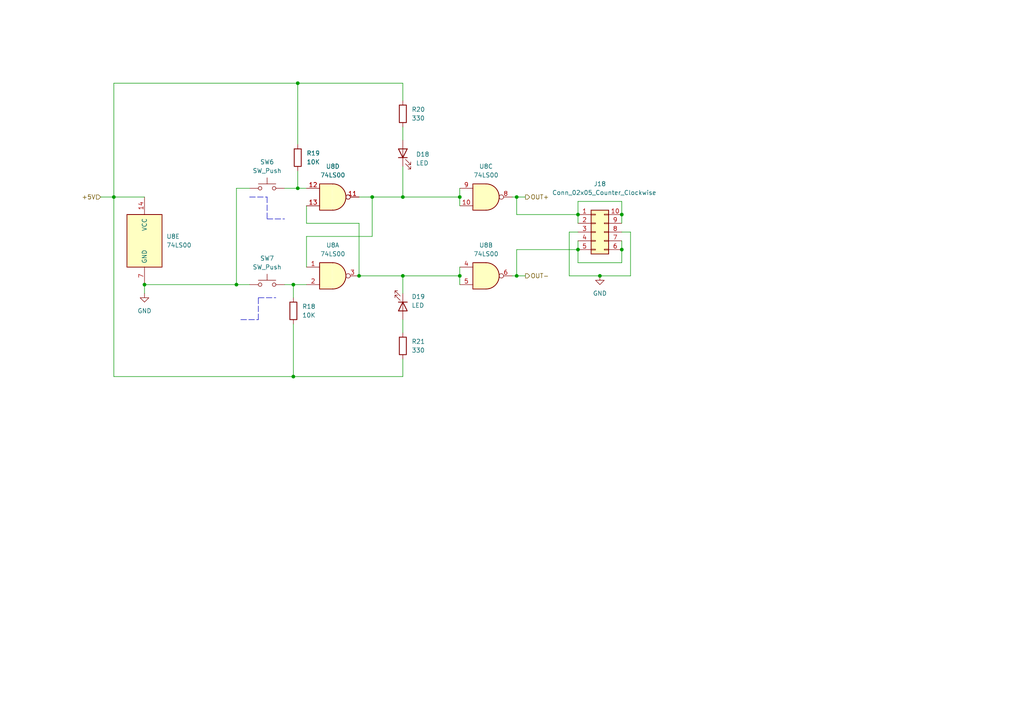
<source format=kicad_sch>
(kicad_sch (version 20211123) (generator eeschema)
  (paper "A4")
  (lib_symbols
    (symbol "74xx:74LS00" (pin_names (offset 1.016))
      (property "Reference" "U" (at 0 1.27 0))
      (property "Value" "74LS00" (at 0 -1.27 0))
      (symbol "74LS00_1_1"
        (arc (start 0 -3.81) (mid 3.81 0) (end 0 3.81) (stroke (width 0.254)) (fill (type background)))
        (polyline (pts (xy 0 3.81) (xy -3.81 3.81) (xy -3.81 -3.81) (xy 0 -3.81)) (stroke (width 0.254)) (fill (type background)))
        (pin input line (at -7.62 2.54 0) (length 3.81) (name "~") (number "1"))
        (pin input line (at -7.62 -2.54 0) (length 3.81) (name "~") (number "2"))
        (pin output inverted (at 7.62 0 180) (length 3.81) (name "~") (number "3"))
      )
      (symbol "74LS00_1_2"
        (arc (start -3.81 -3.81) (mid -2.589 0) (end -3.81 3.81) (stroke (width 0.254)))
        (arc (start -0.6096 -3.81) (mid 2.1842 -2.5851) (end 3.81 0) (stroke (width 0.254)) (fill (type background)))
        (polyline (pts (xy -3.81 -3.81) (xy -0.635 -3.81)) (stroke (width 0.254)) (fill (type background)))
        (polyline (pts (xy -3.81 3.81) (xy -0.635 3.81)) (stroke (width 0.254)) (fill (type background)))
        (polyline (pts (xy -0.635 3.81) (xy -3.81 3.81) (xy -3.81 3.81) (xy -3.556 3.4036) (xy -3.0226 2.2606) (xy -2.6924 1.0414) (xy -2.6162 -0.254) (xy -2.7686 -1.4986) (xy -3.175 -2.7178) (xy -3.81 -3.81) (xy -3.81 -3.81) (xy -0.635 -3.81)) (stroke (width -25.4)) (fill (type background)))
        (arc (start 3.81 0) (mid 2.1915 2.5936) (end -0.6096 3.81) (stroke (width 0.254)) (fill (type background)))
        (pin input inverted (at -7.62 2.54 0) (length 4.318) (name "~") (number "1"))
        (pin input inverted (at -7.62 -2.54 0) (length 4.318) (name "~") (number "2"))
        (pin output line (at 7.62 0 180) (length 3.81) (name "~") (number "3"))
      )
      (symbol "74LS00_2_1"
        (arc (start 0 -3.81) (mid 3.81 0) (end 0 3.81) (stroke (width 0.254)) (fill (type background)))
        (polyline (pts (xy 0 3.81) (xy -3.81 3.81) (xy -3.81 -3.81) (xy 0 -3.81)) (stroke (width 0.254)) (fill (type background)))
        (pin input line (at -7.62 2.54 0) (length 3.81) (name "~") (number "4"))
        (pin input line (at -7.62 -2.54 0) (length 3.81) (name "~") (number "5"))
        (pin output inverted (at 7.62 0 180) (length 3.81) (name "~") (number "6"))
      )
      (symbol "74LS00_2_2"
        (arc (start -3.81 -3.81) (mid -2.589 0) (end -3.81 3.81) (stroke (width 0.254)))
        (arc (start -0.6096 -3.81) (mid 2.1842 -2.5851) (end 3.81 0) (stroke (width 0.254)) (fill (type background)))
        (polyline (pts (xy -3.81 -3.81) (xy -0.635 -3.81)) (stroke (width 0.254)) (fill (type background)))
        (polyline (pts (xy -3.81 3.81) (xy -0.635 3.81)) (stroke (width 0.254)) (fill (type background)))
        (polyline (pts (xy -0.635 3.81) (xy -3.81 3.81) (xy -3.81 3.81) (xy -3.556 3.4036) (xy -3.0226 2.2606) (xy -2.6924 1.0414) (xy -2.6162 -0.254) (xy -2.7686 -1.4986) (xy -3.175 -2.7178) (xy -3.81 -3.81) (xy -3.81 -3.81) (xy -0.635 -3.81)) (stroke (width -25.4)) (fill (type background)))
        (arc (start 3.81 0) (mid 2.1915 2.5936) (end -0.6096 3.81) (stroke (width 0.254)) (fill (type background)))
        (pin input inverted (at -7.62 2.54 0) (length 4.318) (name "~") (number "4"))
        (pin input inverted (at -7.62 -2.54 0) (length 4.318) (name "~") (number "5"))
        (pin output line (at 7.62 0 180) (length 3.81) (name "~") (number "6"))
      )
      (symbol "74LS00_3_1"
        (arc (start 0 -3.81) (mid 3.81 0) (end 0 3.81) (stroke (width 0.254)) (fill (type background)))
        (polyline (pts (xy 0 3.81) (xy -3.81 3.81) (xy -3.81 -3.81) (xy 0 -3.81)) (stroke (width 0.254)) (fill (type background)))
        (pin input line (at -7.62 -2.54 0) (length 3.81) (name "~") (number "10"))
        (pin output inverted (at 7.62 0 180) (length 3.81) (name "~") (number "8"))
        (pin input line (at -7.62 2.54 0) (length 3.81) (name "~") (number "9"))
      )
      (symbol "74LS00_3_2"
        (arc (start -3.81 -3.81) (mid -2.589 0) (end -3.81 3.81) (stroke (width 0.254)))
        (arc (start -0.6096 -3.81) (mid 2.1842 -2.5851) (end 3.81 0) (stroke (width 0.254)) (fill (type background)))
        (polyline (pts (xy -3.81 -3.81) (xy -0.635 -3.81)) (stroke (width 0.254)) (fill (type background)))
        (polyline (pts (xy -3.81 3.81) (xy -0.635 3.81)) (stroke (width 0.254)) (fill (type background)))
        (polyline (pts (xy -0.635 3.81) (xy -3.81 3.81) (xy -3.81 3.81) (xy -3.556 3.4036) (xy -3.0226 2.2606) (xy -2.6924 1.0414) (xy -2.6162 -0.254) (xy -2.7686 -1.4986) (xy -3.175 -2.7178) (xy -3.81 -3.81) (xy -3.81 -3.81) (xy -0.635 -3.81)) (stroke (width -25.4)) (fill (type background)))
        (arc (start 3.81 0) (mid 2.1915 2.5936) (end -0.6096 3.81) (stroke (width 0.254)) (fill (type background)))
        (pin input inverted (at -7.62 -2.54 0) (length 4.318) (name "~") (number "10"))
        (pin output line (at 7.62 0 180) (length 3.81) (name "~") (number "8"))
        (pin input inverted (at -7.62 2.54 0) (length 4.318) (name "~") (number "9"))
      )
      (symbol "74LS00_4_1"
        (arc (start 0 -3.81) (mid 3.81 0) (end 0 3.81) (stroke (width 0.254)) (fill (type background)))
        (polyline (pts (xy 0 3.81) (xy -3.81 3.81) (xy -3.81 -3.81) (xy 0 -3.81)) (stroke (width 0.254)) (fill (type background)))
        (pin output inverted (at 7.62 0 180) (length 3.81) (name "~") (number "11"))
        (pin input line (at -7.62 2.54 0) (length 3.81) (name "~") (number "12"))
        (pin input line (at -7.62 -2.54 0) (length 3.81) (name "~") (number "13"))
      )
      (symbol "74LS00_4_2"
        (arc (start -3.81 -3.81) (mid -2.589 0) (end -3.81 3.81) (stroke (width 0.254)))
        (arc (start -0.6096 -3.81) (mid 2.1842 -2.5851) (end 3.81 0) (stroke (width 0.254)) (fill (type background)))
        (polyline (pts (xy -3.81 -3.81) (xy -0.635 -3.81)) (stroke (width 0.254)) (fill (type background)))
        (polyline (pts (xy -3.81 3.81) (xy -0.635 3.81)) (stroke (width 0.254)) (fill (type background)))
        (polyline (pts (xy -0.635 3.81) (xy -3.81 3.81) (xy -3.81 3.81) (xy -3.556 3.4036) (xy -3.0226 2.2606) (xy -2.6924 1.0414) (xy -2.6162 -0.254) (xy -2.7686 -1.4986) (xy -3.175 -2.7178) (xy -3.81 -3.81) (xy -3.81 -3.81) (xy -0.635 -3.81)) (stroke (width -25.4)) (fill (type background)))
        (arc (start 3.81 0) (mid 2.1915 2.5936) (end -0.6096 3.81) (stroke (width 0.254)) (fill (type background)))
        (pin output line (at 7.62 0 180) (length 3.81) (name "~") (number "11"))
        (pin input inverted (at -7.62 2.54 0) (length 4.318) (name "~") (number "12"))
        (pin input inverted (at -7.62 -2.54 0) (length 4.318) (name "~") (number "13"))
      )
      (symbol "74LS00_5_0"
        (pin power_in line (at 0 12.7 270) (length 5.08) (name "VCC") (number "14"))
        (pin power_in line (at 0 -12.7 90) (length 5.08) (name "GND") (number "7"))
      )
      (symbol "74LS00_5_1"
        (rectangle (start -5.08 7.62) (end 5.08 -7.62) (stroke (width 0.254)) (fill (type background)))
      )
    )
    (symbol "Connector_Generic:Conn_02x05_Counter_Clockwise" (pin_names (offset 1.016) hide)
      (property "Reference" "J" (at 1.27 7.62 0))
      (property "Value" "Conn_02x05_Counter_Clockwise" (at 1.27 -7.62 0))
      (symbol "Conn_02x05_Counter_Clockwise_1_1"
        (rectangle (start -1.27 -4.953) (end 0 -5.207) (stroke (width 0.1524)))
        (rectangle (start -1.27 -2.413) (end 0 -2.667) (stroke (width 0.1524)))
        (rectangle (start -1.27 0.127) (end 0 -0.127) (stroke (width 0.1524)))
        (rectangle (start -1.27 2.667) (end 0 2.413) (stroke (width 0.1524)))
        (rectangle (start -1.27 5.207) (end 0 4.953) (stroke (width 0.1524)))
        (rectangle (start -1.27 6.35) (end 3.81 -6.35) (stroke (width 0.254)) (fill (type background)))
        (rectangle (start 3.81 -4.953) (end 2.54 -5.207) (stroke (width 0.1524)))
        (rectangle (start 3.81 -2.413) (end 2.54 -2.667) (stroke (width 0.1524)))
        (rectangle (start 3.81 0.127) (end 2.54 -0.127) (stroke (width 0.1524)))
        (rectangle (start 3.81 2.667) (end 2.54 2.413) (stroke (width 0.1524)))
        (rectangle (start 3.81 5.207) (end 2.54 4.953) (stroke (width 0.1524)))
        (pin passive line (at -5.08 5.08 0) (length 3.81) (name "Pin_1") (number "1"))
        (pin passive line (at 7.62 5.08 180) (length 3.81) (name "Pin_10") (number "10"))
        (pin passive line (at -5.08 2.54 0) (length 3.81) (name "Pin_2") (number "2"))
        (pin passive line (at -5.08 0 0) (length 3.81) (name "Pin_3") (number "3"))
        (pin passive line (at -5.08 -2.54 0) (length 3.81) (name "Pin_4") (number "4"))
        (pin passive line (at -5.08 -5.08 0) (length 3.81) (name "Pin_5") (number "5"))
        (pin passive line (at 7.62 -5.08 180) (length 3.81) (name "Pin_6") (number "6"))
        (pin passive line (at 7.62 -2.54 180) (length 3.81) (name "Pin_7") (number "7"))
        (pin passive line (at 7.62 0 180) (length 3.81) (name "Pin_8") (number "8"))
        (pin passive line (at 7.62 2.54 180) (length 3.81) (name "Pin_9") (number "9"))
      )
    )
    (symbol "Device:LED" (pin_numbers hide) (pin_names (offset 1.016) hide)
      (property "Reference" "D" (at 0 2.54 0))
      (property "Value" "LED" (at 0 -2.54 0))
      (symbol "LED_0_1"
        (polyline (pts (xy -1.27 -1.27) (xy -1.27 1.27)) (stroke (width 0.254)))
        (polyline (pts (xy -1.27 0) (xy 1.27 0)))
        (polyline (pts (xy 1.27 -1.27) (xy 1.27 1.27) (xy -1.27 0) (xy 1.27 -1.27)) (stroke (width 0.254)))
        (polyline (pts (xy -3.048 -0.762) (xy -4.572 -2.286) (xy -3.81 -2.286) (xy -4.572 -2.286) (xy -4.572 -1.524)))
        (polyline (pts (xy -1.778 -0.762) (xy -3.302 -2.286) (xy -2.54 -2.286) (xy -3.302 -2.286) (xy -3.302 -1.524)))
      )
      (symbol "LED_1_1"
        (pin passive line (at -3.81 0 0) (length 2.54) (name "K") (number "1"))
        (pin passive line (at 3.81 0 180) (length 2.54) (name "A") (number "2"))
      )
    )
    (symbol "Device:R" (pin_numbers hide) (pin_names (offset 0))
      (property "Reference" "R" (at 2.032 0 90))
      (property "Value" "R" (at 0 0 90))
      (symbol "R_0_1"
        (rectangle (start -1.016 -2.54) (end 1.016 2.54) (stroke (width 0.254)))
      )
      (symbol "R_1_1"
        (pin passive line (at 0 3.81 270) (length 1.27) (name "~") (number "1"))
        (pin passive line (at 0 -3.81 90) (length 1.27) (name "~") (number "2"))
      )
    )
    (symbol "Switch:SW_Push" (pin_numbers hide) (pin_names (offset 1.016) hide)
      (property "Reference" "SW" (at 1.27 2.54 0))
      (property "Value" "SW_Push" (at 0 -1.524 0))
      (symbol "SW_Push_0_1"
        (circle (center -2.032 0) (radius 0.508))
        (polyline (pts (xy 0 1.27) (xy 0 3.048)))
        (polyline (pts (xy 2.54 1.27) (xy -2.54 1.27)))
        (circle (center 2.032 0) (radius 0.508))
        (pin passive line (at -5.08 0 0) (length 2.54) (name "1") (number "1"))
        (pin passive line (at 5.08 0 180) (length 2.54) (name "2") (number "2"))
      )
    )
    (symbol "power:GND" (power) (pin_names (offset 0))
      (property "Value" "GND" (at 0 -3.81 0))
      (symbol "GND_0_1"
        (polyline (pts (xy 0 0) (xy 0 -1.27) (xy 1.27 -1.27) (xy 0 -2.54) (xy -1.27 -1.27) (xy 0 -1.27)))
      )
      (symbol "GND_1_1"
        (pin power_in line (at 0 0 270) (length 0) hide (name "GND") (number "1"))
      )
    )
  )
  (junction (at 167.64 62.23))
  (junction (at 85.09 109.22))
  (junction (at 149.86 80.01))
  (junction (at 133.35 80.01))
  (junction (at 167.64 72.39))
  (junction (at 116.84 80.01))
  (junction (at 180.34 62.23))
  (junction (at 33.02 57.15))
  (junction (at 133.35 57.15))
  (junction (at 107.95 57.15))
  (junction (at 173.99 80.01))
  (junction (at 86.36 24.13))
  (junction (at 149.86 57.15))
  (junction (at 116.84 57.15))
  (junction (at 86.36 54.61))
  (junction (at 180.34 72.39))
  (junction (at 85.09 82.55))
  (junction (at 68.58 82.55))
  (junction (at 104.14 80.01))
  (junction (at 41.91 82.55))
  (wire (pts (xy 182.88 67.31) (xy 182.88 80.01)))
  (wire (pts (xy 149.86 80.01) (xy 149.86 72.39)))
  (wire (pts (xy 180.34 69.85) (xy 180.34 72.39)))
  (wire (pts (xy 149.86 57.15) (xy 152.4 57.15)))
  (wire (pts (xy 116.84 109.22) (xy 85.09 109.22)))
  (wire (pts (xy 68.58 82.55) (xy 72.39 82.55)))
  (wire (pts (xy 149.86 57.15) (xy 149.86 62.23)))
  (wire (pts (xy 86.36 54.61) (xy 88.9 54.61)))
  (wire (pts (xy 116.84 92.71) (xy 116.84 96.52)))
  (wire (pts (xy 41.91 82.55) (xy 41.91 85.09)))
  (wire (pts (xy 116.84 29.21) (xy 116.84 24.13)))
  (wire (pts (xy 41.91 82.55) (xy 68.58 82.55)))
  (wire (pts (xy 33.02 57.15) (xy 33.02 109.22)))
  (polyline (pts (xy 72.39 57.15) (xy 77.47 57.15)))
  (wire (pts (xy 85.09 93.98) (xy 85.09 109.22)))
  (wire (pts (xy 107.95 57.15) (xy 107.95 68.58)))
  (polyline (pts (xy 69.85 92.71) (xy 74.93 92.71)))
  (wire (pts (xy 33.02 24.13) (xy 33.02 57.15)))
  (wire (pts (xy 149.86 72.39) (xy 167.64 72.39)))
  (wire (pts (xy 82.55 82.55) (xy 85.09 82.55)))
  (wire (pts (xy 173.99 80.01) (xy 165.1 80.01)))
  (wire (pts (xy 104.14 80.01) (xy 116.84 80.01)))
  (wire (pts (xy 133.35 80.01) (xy 133.35 82.55)))
  (wire (pts (xy 116.84 57.15) (xy 133.35 57.15)))
  (wire (pts (xy 167.64 62.23) (xy 167.64 64.77)))
  (wire (pts (xy 72.39 54.61) (xy 68.58 54.61)))
  (wire (pts (xy 116.84 48.26) (xy 116.84 57.15)))
  (wire (pts (xy 165.1 80.01) (xy 165.1 67.31)))
  (wire (pts (xy 107.95 68.58) (xy 88.9 68.58)))
  (wire (pts (xy 133.35 57.15) (xy 133.35 59.69)))
  (wire (pts (xy 88.9 64.77) (xy 104.14 64.77)))
  (wire (pts (xy 116.84 24.13) (xy 86.36 24.13)))
  (wire (pts (xy 133.35 54.61) (xy 133.35 57.15)))
  (wire (pts (xy 29.21 57.15) (xy 33.02 57.15)))
  (wire (pts (xy 148.59 80.01) (xy 149.86 80.01)))
  (wire (pts (xy 149.86 62.23) (xy 167.64 62.23)))
  (wire (pts (xy 88.9 68.58) (xy 88.9 77.47)))
  (wire (pts (xy 149.86 80.01) (xy 152.4 80.01)))
  (wire (pts (xy 116.84 104.14) (xy 116.84 109.22)))
  (wire (pts (xy 86.36 24.13) (xy 86.36 41.91)))
  (wire (pts (xy 88.9 59.69) (xy 88.9 64.77)))
  (polyline (pts (xy 77.47 57.15) (xy 77.47 63.5)))
  (wire (pts (xy 85.09 82.55) (xy 85.09 86.36)))
  (wire (pts (xy 116.84 36.83) (xy 116.84 40.64)))
  (polyline (pts (xy 77.47 63.5) (xy 82.55 63.5)))
  (wire (pts (xy 167.64 76.2) (xy 167.64 72.39)))
  (wire (pts (xy 86.36 49.53) (xy 86.36 54.61)))
  (wire (pts (xy 180.34 58.42) (xy 167.64 58.42)))
  (wire (pts (xy 85.09 82.55) (xy 88.9 82.55)))
  (wire (pts (xy 68.58 54.61) (xy 68.58 82.55)))
  (wire (pts (xy 165.1 67.31) (xy 167.64 67.31)))
  (polyline (pts (xy 74.93 86.36) (xy 80.01 86.36)))
  (wire (pts (xy 148.59 57.15) (xy 149.86 57.15)))
  (wire (pts (xy 167.64 69.85) (xy 167.64 72.39)))
  (wire (pts (xy 116.84 80.01) (xy 116.84 85.09)))
  (wire (pts (xy 85.09 109.22) (xy 33.02 109.22)))
  (wire (pts (xy 104.14 57.15) (xy 107.95 57.15)))
  (wire (pts (xy 33.02 57.15) (xy 41.91 57.15)))
  (wire (pts (xy 180.34 72.39) (xy 180.34 76.2)))
  (wire (pts (xy 104.14 64.77) (xy 104.14 80.01)))
  (wire (pts (xy 167.64 58.42) (xy 167.64 62.23)))
  (wire (pts (xy 180.34 64.77) (xy 180.34 62.23)))
  (wire (pts (xy 180.34 76.2) (xy 167.64 76.2)))
  (wire (pts (xy 182.88 80.01) (xy 173.99 80.01)))
  (wire (pts (xy 180.34 67.31) (xy 182.88 67.31)))
  (wire (pts (xy 133.35 77.47) (xy 133.35 80.01)))
  (wire (pts (xy 82.55 54.61) (xy 86.36 54.61)))
  (wire (pts (xy 86.36 24.13) (xy 33.02 24.13)))
  (wire (pts (xy 180.34 62.23) (xy 180.34 58.42)))
  (polyline (pts (xy 74.93 92.71) (xy 74.93 86.36)))
  (wire (pts (xy 116.84 80.01) (xy 133.35 80.01)))
  (wire (pts (xy 107.95 57.15) (xy 116.84 57.15)))
  (hierarchical_label "+5V" (shape input) (at 29.21 57.15 180))
  (hierarchical_label "OUT-" (shape output) (at 152.4 80.01 0))
  (hierarchical_label "OUT+" (shape output) (at 152.4 57.15 0))
  (symbol (lib_id "power:GND") (at 41.91 85.09 0) (unit 1)
    (property "Reference" "#PWR032" (effects hide))
    (property "Value" "GND" (at 41.91 90.17 0))
  )
  (symbol (lib_id "power:GND") (at 173.99 80.01 0) (unit 1)
    (property "Reference" "#PWR037" (effects hide))
    (property "Value" "GND" (at 173.99 85.09 0))
  )
  (symbol (lib_id "Device:R") (at 86.36 45.72 0) (unit 1)
    (property "Reference" "R19" (at 88.9 44.4499 0) (effects (justify left)))
    (property "Value" "10K" (at 88.9 46.9899 0) (effects (justify left)))
  )
  (symbol (lib_id "74xx:74LS00") (at 96.52 57.15 0) (unit 4)
    (property "Reference" "U8" (at 96.52 48.26 0))
    (property "Value" "74LS00" (at 96.52 50.8 0))
    (property "Datasheet" "http://www.ti.com/lit/gpn/sn74ls00" (effects hide))
  )
  (symbol (lib_id "Connector_Generic:Conn_02x05_Counter_Clockwise") (at 172.72 67.31 0) (unit 1)
    (property "Reference" "J18" (at 173.99 53.34 0))
    (property "Value" "Conn_02x05_Counter_Clockwise" (at 175.26 55.88 0))
    (property "Footprint" "Connector_PinSocket_2.54mm:PinSocket_2x05_P2.54mm_Vertical" (effects hide))
  )
  (symbol (lib_id "74xx:74LS00") (at 96.52 80.01 0) (unit 1)
    (property "Reference" "U8" (at 96.52 71.12 0))
    (property "Value" "74LS00" (at 96.52 73.66 0))
    (property "Datasheet" "http://www.ti.com/lit/gpn/sn74ls00" (effects hide))
  )
  (symbol (lib_id "Device:R") (at 116.84 100.33 0) (unit 1)
    (property "Reference" "R21" (at 119.38 99.0599 0) (effects (justify left)))
    (property "Value" "330" (at 119.38 101.5999 0) (effects (justify left)))
  )
  (symbol (lib_id "Device:R") (at 85.09 90.17 0) (unit 1)
    (property "Reference" "R18" (at 87.63 88.8999 0) (effects (justify left)))
    (property "Value" "10K" (at 87.63 91.4399 0) (effects (justify left)))
  )
  (symbol (lib_id "Switch:SW_Push") (at 77.47 82.55 0) (unit 1)
    (property "Reference" "SW7" (at 77.47 74.93 0))
    (property "Value" "SW_Push" (at 77.47 77.47 0))
  )
  (symbol (lib_id "Device:LED") (at 116.84 88.9 270) (unit 1)
    (property "Reference" "D19" (at 119.38 86.0424 90) (effects (justify left)))
    (property "Value" "LED" (at 119.38 88.5824 90) (effects (justify left)))
  )
  (symbol (lib_id "Device:R") (at 116.84 33.02 0) (unit 1)
    (property "Reference" "R20" (at 119.38 31.7499 0) (effects (justify left)))
    (property "Value" "330" (at 119.38 34.2899 0) (effects (justify left)))
  )
  (symbol (lib_id "74xx:74LS00") (at 140.97 57.15 0) (unit 3)
    (property "Reference" "U8" (at 140.97 48.26 0))
    (property "Value" "74LS00" (at 140.97 50.8 0))
    (property "Datasheet" "http://www.ti.com/lit/gpn/sn74ls00" (effects hide))
  )
  (symbol (lib_id "Device:LED") (at 116.84 44.45 90) (unit 1)
    (property "Reference" "D18" (at 120.65 44.7674 90) (effects (justify right)))
    (property "Value" "LED" (at 120.65 47.3074 90) (effects (justify right)))
  )
  (symbol (lib_id "74xx:74LS00") (at 140.97 80.01 0) (unit 2)
    (property "Reference" "U8" (at 140.97 71.12 0))
    (property "Value" "74LS00" (at 140.97 73.66 0))
    (property "Datasheet" "http://www.ti.com/lit/gpn/sn74ls00" (effects hide))
  )
  (symbol (lib_id "74xx:74LS00") (at 41.91 69.85 0) (unit 5)
    (property "Reference" "U8" (at 48.26 68.5799 0) (effects (justify left)))
    (property "Value" "74LS00" (at 48.26 71.1199 0) (effects (justify left)))
    (property "Datasheet" "http://www.ti.com/lit/gpn/sn74ls00" (effects hide))
  )
  (symbol (lib_id "Switch:SW_Push") (at 77.47 54.61 0) (unit 1)
    (property "Reference" "SW6" (at 77.47 46.99 0))
    (property "Value" "SW_Push" (at 77.47 49.53 0))
  )
)
</source>
